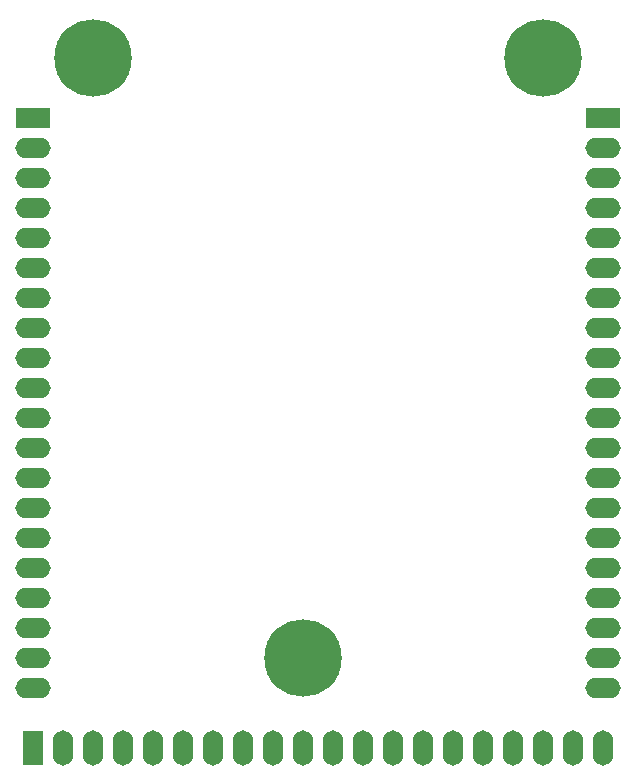
<source format=gbs>
G04*
G04 #@! TF.GenerationSoftware,Altium Limited,Altium Designer,18.1.7 (191)*
G04*
G04 Layer_Color=16711935*
%FSLAX25Y25*%
%MOIN*%
G70*
G01*
G75*
%ADD29C,0.25800*%
%ADD30O,0.11800X0.06800*%
%ADD31R,0.11800X0.06800*%
%ADD32O,0.06800X0.11800*%
%ADD33R,0.06800X0.11800*%
D29*
X177874Y238425D02*
D03*
X27874D02*
D03*
X97874Y38425D02*
D03*
D30*
X197874Y28425D02*
D03*
Y38425D02*
D03*
Y48425D02*
D03*
Y58425D02*
D03*
Y68425D02*
D03*
Y78425D02*
D03*
Y88425D02*
D03*
Y98425D02*
D03*
Y108425D02*
D03*
Y118425D02*
D03*
Y128425D02*
D03*
Y138425D02*
D03*
Y148425D02*
D03*
Y158425D02*
D03*
Y168425D02*
D03*
Y178425D02*
D03*
Y188425D02*
D03*
Y198425D02*
D03*
Y208425D02*
D03*
X7874Y28425D02*
D03*
Y38425D02*
D03*
Y48425D02*
D03*
Y58425D02*
D03*
Y68425D02*
D03*
Y78425D02*
D03*
Y88425D02*
D03*
Y98425D02*
D03*
Y108425D02*
D03*
Y118425D02*
D03*
Y128425D02*
D03*
Y138425D02*
D03*
Y148425D02*
D03*
Y158425D02*
D03*
Y168425D02*
D03*
Y178425D02*
D03*
Y188425D02*
D03*
Y198425D02*
D03*
Y208425D02*
D03*
D31*
X197874Y218425D02*
D03*
X7874D02*
D03*
D32*
X197874Y8425D02*
D03*
X187874D02*
D03*
X177874D02*
D03*
X167874D02*
D03*
X157874D02*
D03*
X147874D02*
D03*
X137874D02*
D03*
X127874D02*
D03*
X117874D02*
D03*
X107874D02*
D03*
X97874D02*
D03*
X87874D02*
D03*
X77874D02*
D03*
X67874D02*
D03*
X57874D02*
D03*
X47874D02*
D03*
X37874D02*
D03*
X27874D02*
D03*
X17874D02*
D03*
D33*
X7874D02*
D03*
M02*

</source>
